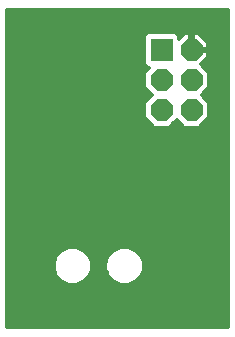
<source format=gbl>
G75*
%MOIN*%
%OFA0B0*%
%FSLAX24Y24*%
%IPPOS*%
%LPD*%
%AMOC8*
5,1,8,0,0,1.08239X$1,22.5*
%
%ADD10R,0.0740X0.0740*%
%ADD11OC8,0.0740*%
%ADD12C,0.0120*%
%ADD13C,0.0556*%
D10*
X006760Y010860D03*
D11*
X006760Y009860D03*
X006760Y008860D03*
X007760Y008860D03*
X007760Y009860D03*
X007760Y010860D03*
D12*
X001620Y012196D02*
X001620Y001620D01*
X008970Y001620D01*
X008970Y012196D01*
X001620Y012196D01*
X001620Y012094D02*
X008970Y012094D01*
X008970Y011976D02*
X001620Y011976D01*
X001620Y011857D02*
X008970Y011857D01*
X008970Y011739D02*
X001620Y011739D01*
X001620Y011620D02*
X008970Y011620D01*
X008970Y011502D02*
X001620Y011502D01*
X001620Y011383D02*
X006232Y011383D01*
X006170Y011321D02*
X006170Y010399D01*
X006299Y010270D01*
X006336Y010270D01*
X006170Y010104D01*
X006170Y009616D01*
X006426Y009360D01*
X006170Y009104D01*
X006170Y008616D01*
X006516Y008270D01*
X007004Y008270D01*
X007260Y008526D01*
X007516Y008270D01*
X008004Y008270D01*
X008350Y008616D01*
X008350Y009104D01*
X008094Y009360D01*
X008350Y009616D01*
X008350Y010104D01*
X008066Y010388D01*
X008310Y010632D01*
X008310Y010820D01*
X007800Y010820D01*
X007800Y010900D01*
X007720Y010900D01*
X007720Y011410D01*
X007532Y011410D01*
X007350Y011228D01*
X007350Y011321D01*
X007221Y011450D01*
X006299Y011450D01*
X006170Y011321D01*
X006170Y011265D02*
X001620Y011265D01*
X001620Y011146D02*
X006170Y011146D01*
X006170Y011028D02*
X001620Y011028D01*
X001620Y010909D02*
X006170Y010909D01*
X006170Y010791D02*
X001620Y010791D01*
X001620Y010672D02*
X006170Y010672D01*
X006170Y010554D02*
X001620Y010554D01*
X001620Y010435D02*
X006170Y010435D01*
X006252Y010317D02*
X001620Y010317D01*
X001620Y010198D02*
X006264Y010198D01*
X006170Y010080D02*
X001620Y010080D01*
X001620Y009961D02*
X006170Y009961D01*
X006170Y009843D02*
X001620Y009843D01*
X001620Y009724D02*
X006170Y009724D01*
X006180Y009606D02*
X001620Y009606D01*
X001620Y009487D02*
X006299Y009487D01*
X006417Y009369D02*
X001620Y009369D01*
X001620Y009250D02*
X006316Y009250D01*
X006197Y009132D02*
X001620Y009132D01*
X001620Y009013D02*
X006170Y009013D01*
X006170Y008895D02*
X001620Y008895D01*
X001620Y008776D02*
X006170Y008776D01*
X006170Y008658D02*
X001620Y008658D01*
X001620Y008539D02*
X006247Y008539D01*
X006365Y008421D02*
X001620Y008421D01*
X001620Y008302D02*
X006484Y008302D01*
X007036Y008302D02*
X007484Y008302D01*
X007365Y008421D02*
X007155Y008421D01*
X008036Y008302D02*
X008970Y008302D01*
X008970Y008184D02*
X001620Y008184D01*
X001620Y008065D02*
X008970Y008065D01*
X008970Y007947D02*
X001620Y007947D01*
X001620Y007828D02*
X008970Y007828D01*
X008970Y007710D02*
X001620Y007710D01*
X001620Y007591D02*
X008970Y007591D01*
X008970Y007473D02*
X001620Y007473D01*
X001620Y007354D02*
X008970Y007354D01*
X008970Y007236D02*
X001620Y007236D01*
X001620Y007117D02*
X008970Y007117D01*
X008970Y006999D02*
X001620Y006999D01*
X001620Y006880D02*
X008970Y006880D01*
X008970Y006762D02*
X001620Y006762D01*
X001620Y006643D02*
X008970Y006643D01*
X008970Y006525D02*
X001620Y006525D01*
X001620Y006406D02*
X008970Y006406D01*
X008970Y006288D02*
X001620Y006288D01*
X001620Y006169D02*
X008970Y006169D01*
X008970Y006051D02*
X001620Y006051D01*
X001620Y005932D02*
X008970Y005932D01*
X008970Y005814D02*
X001620Y005814D01*
X001620Y005695D02*
X008970Y005695D01*
X008970Y005577D02*
X001620Y005577D01*
X001620Y005458D02*
X008970Y005458D01*
X008970Y005340D02*
X001620Y005340D01*
X001620Y005221D02*
X008970Y005221D01*
X008970Y005103D02*
X001620Y005103D01*
X001620Y004984D02*
X008970Y004984D01*
X008970Y004866D02*
X001620Y004866D01*
X001620Y004747D02*
X008970Y004747D01*
X008970Y004629D02*
X001620Y004629D01*
X001620Y004510D02*
X008970Y004510D01*
X008970Y004392D02*
X001620Y004392D01*
X001620Y004273D02*
X003609Y004273D01*
X003667Y004297D02*
X003433Y004200D01*
X003254Y004021D01*
X003157Y003787D01*
X003157Y003533D01*
X003254Y003299D01*
X003433Y003120D01*
X003667Y003023D01*
X003921Y003023D01*
X004155Y003120D01*
X004334Y003299D01*
X004431Y003533D01*
X004431Y003787D01*
X004334Y004021D01*
X004155Y004200D01*
X003921Y004297D01*
X003667Y004297D01*
X003979Y004273D02*
X005341Y004273D01*
X005399Y004297D02*
X005165Y004200D01*
X004986Y004021D01*
X004889Y003787D01*
X004889Y003533D01*
X004986Y003299D01*
X005165Y003120D01*
X005399Y003023D01*
X005653Y003023D01*
X005887Y003120D01*
X006066Y003299D01*
X006163Y003533D01*
X006163Y003787D01*
X006066Y004021D01*
X005887Y004200D01*
X005653Y004297D01*
X005399Y004297D01*
X005120Y004155D02*
X004200Y004155D01*
X004319Y004036D02*
X005001Y004036D01*
X004943Y003918D02*
X004377Y003918D01*
X004426Y003799D02*
X004894Y003799D01*
X004889Y003681D02*
X004431Y003681D01*
X004431Y003562D02*
X004889Y003562D01*
X004926Y003444D02*
X004394Y003444D01*
X004345Y003325D02*
X004975Y003325D01*
X005079Y003207D02*
X004241Y003207D01*
X004078Y003088D02*
X005242Y003088D01*
X005810Y003088D02*
X008970Y003088D01*
X008970Y002970D02*
X001620Y002970D01*
X001620Y003088D02*
X003510Y003088D01*
X003346Y003207D02*
X001620Y003207D01*
X001620Y003325D02*
X003243Y003325D01*
X003194Y003444D02*
X001620Y003444D01*
X001620Y003562D02*
X003157Y003562D01*
X003157Y003681D02*
X001620Y003681D01*
X001620Y003799D02*
X003162Y003799D01*
X003211Y003918D02*
X001620Y003918D01*
X001620Y004036D02*
X003269Y004036D01*
X003387Y004155D02*
X001620Y004155D01*
X001620Y002851D02*
X008970Y002851D01*
X008970Y002733D02*
X001620Y002733D01*
X001620Y002614D02*
X008970Y002614D01*
X008970Y002496D02*
X001620Y002496D01*
X001620Y002377D02*
X008970Y002377D01*
X008970Y002259D02*
X001620Y002259D01*
X001620Y002140D02*
X008970Y002140D01*
X008970Y002022D02*
X001620Y002022D01*
X001620Y001903D02*
X008970Y001903D01*
X008970Y001785D02*
X001620Y001785D01*
X001620Y001666D02*
X008970Y001666D01*
X008970Y003207D02*
X005974Y003207D01*
X006077Y003325D02*
X008970Y003325D01*
X008970Y003444D02*
X006126Y003444D01*
X006163Y003562D02*
X008970Y003562D01*
X008970Y003681D02*
X006163Y003681D01*
X006158Y003799D02*
X008970Y003799D01*
X008970Y003918D02*
X006109Y003918D01*
X006051Y004036D02*
X008970Y004036D01*
X008970Y004155D02*
X005933Y004155D01*
X005711Y004273D02*
X008970Y004273D01*
X008970Y008421D02*
X008155Y008421D01*
X008273Y008539D02*
X008970Y008539D01*
X008970Y008658D02*
X008350Y008658D01*
X008350Y008776D02*
X008970Y008776D01*
X008970Y008895D02*
X008350Y008895D01*
X008350Y009013D02*
X008970Y009013D01*
X008970Y009132D02*
X008323Y009132D01*
X008204Y009250D02*
X008970Y009250D01*
X008970Y009369D02*
X008103Y009369D01*
X008221Y009487D02*
X008970Y009487D01*
X008970Y009606D02*
X008340Y009606D01*
X008350Y009724D02*
X008970Y009724D01*
X008970Y009843D02*
X008350Y009843D01*
X008350Y009961D02*
X008970Y009961D01*
X008970Y010080D02*
X008350Y010080D01*
X008256Y010198D02*
X008970Y010198D01*
X008970Y010317D02*
X008138Y010317D01*
X008113Y010435D02*
X008970Y010435D01*
X008970Y010554D02*
X008231Y010554D01*
X008310Y010672D02*
X008970Y010672D01*
X008970Y010791D02*
X008310Y010791D01*
X008310Y010900D02*
X008310Y011088D01*
X007988Y011410D01*
X007800Y011410D01*
X007800Y010900D01*
X008310Y010900D01*
X008310Y010909D02*
X008970Y010909D01*
X008970Y011028D02*
X008310Y011028D01*
X008252Y011146D02*
X008970Y011146D01*
X008970Y011265D02*
X008133Y011265D01*
X008015Y011383D02*
X008970Y011383D01*
X007800Y011383D02*
X007720Y011383D01*
X007720Y011265D02*
X007800Y011265D01*
X007800Y011146D02*
X007720Y011146D01*
X007720Y011028D02*
X007800Y011028D01*
X007800Y010909D02*
X007720Y010909D01*
X007387Y011265D02*
X007350Y011265D01*
X007288Y011383D02*
X007505Y011383D01*
X003760Y008460D02*
X003160Y009060D01*
X003760Y008460D02*
X003560Y005560D01*
D13*
X003560Y005560D03*
X003160Y009060D03*
M02*

</source>
